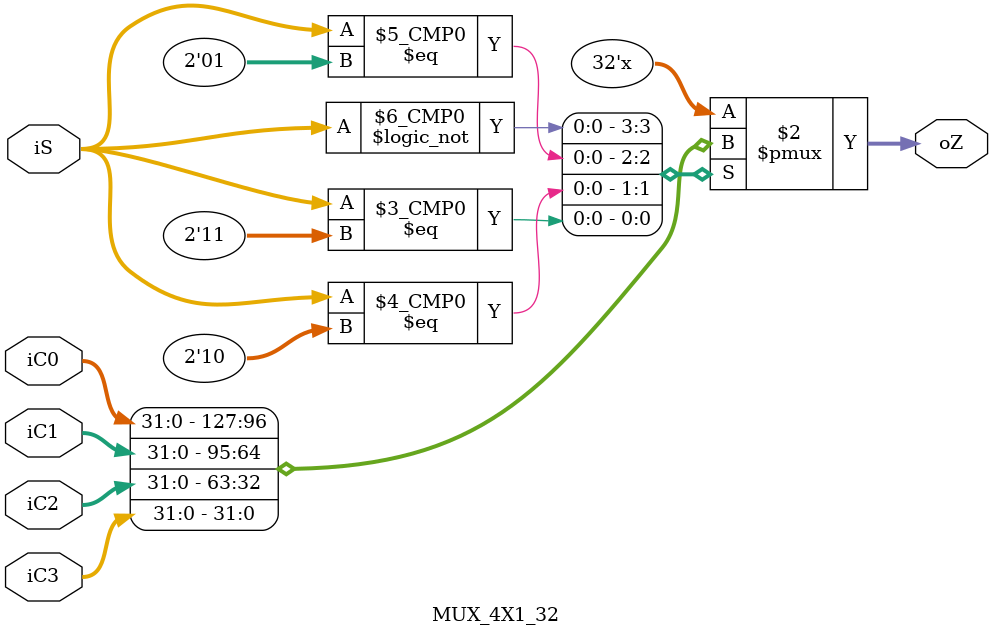
<source format=v>
`timescale 1ns / 1ps


module MUX_3X1_5(
    input [4:0] iC0,
    input [4:0] iC1,
    input [4:0] iC2,
    input [1:0]iS,
    output reg [4:0] oZ
);
    always @(*)
    case (iS)
        2'b00: oZ = iC0;
        2'b01: oZ = iC1;
        2'b10: oZ = iC2;
    endcase
endmodule


module MUX_3X1_32(
    input [31:0] iC0,
    input [31:0] iC1,
    input [31:0] iC2,
    input [1:0]iS,
    output reg [31:0] oZ
);
    always @(*)
    case (iS)
        2'b00: oZ = iC0;
        2'b01: oZ = iC1;
        2'b10: oZ = iC2;
    endcase
endmodule


module MUX_4X1_32(
    input [31:0] iC0,
    input [31:0] iC1,
    input [31:0] iC2,
    input [31:0] iC3,
    input [1:0]iS,
    output reg [31:0] oZ
);
    always @(*)
    case (iS)
        2'b00: oZ = iC0;
        2'b01: oZ = iC1;
        2'b10: oZ = iC2;
        2'b11: oZ = iC3;
    endcase
endmodule



</source>
